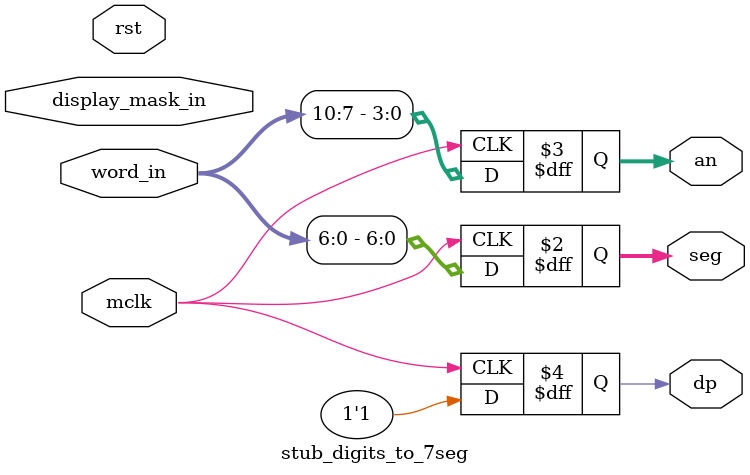
<source format=v>
`timescale 1 ns / 10 ps

module stub_digits_to_7seg( input wire mclk,
                            input wire rst,
                            input wire [15:0] word_in,
                            input wire [7:0] display_mask_in,

                            output reg [6:0] seg,
                            output reg [3:0] an,
                            output reg dp );

    always @(posedge mclk)
    begin
        seg <= word_in[6:0];
        an <= word_in[10:7];
        dp <= 1'b1;
    end

endmodule


</source>
